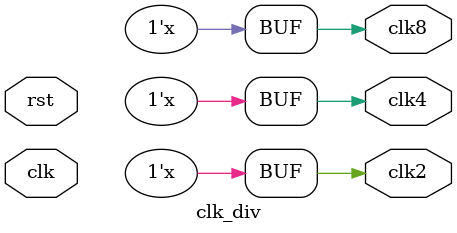
<source format=sv>
module clk_div (
    clk,rst,clk2,clk4,clk8
);
input clk,rst;
output reg clk2,clk4,clk8;
reg [3:0]count='0;

always @(clk) begin
    if(rst || count>'1)
    count <= '0;
    else
    count <= count+1;
    
    clk2 <= count[1];
    clk4 <= count[2];
    clk8 <= count[3];
end
    
endmodule
</source>
